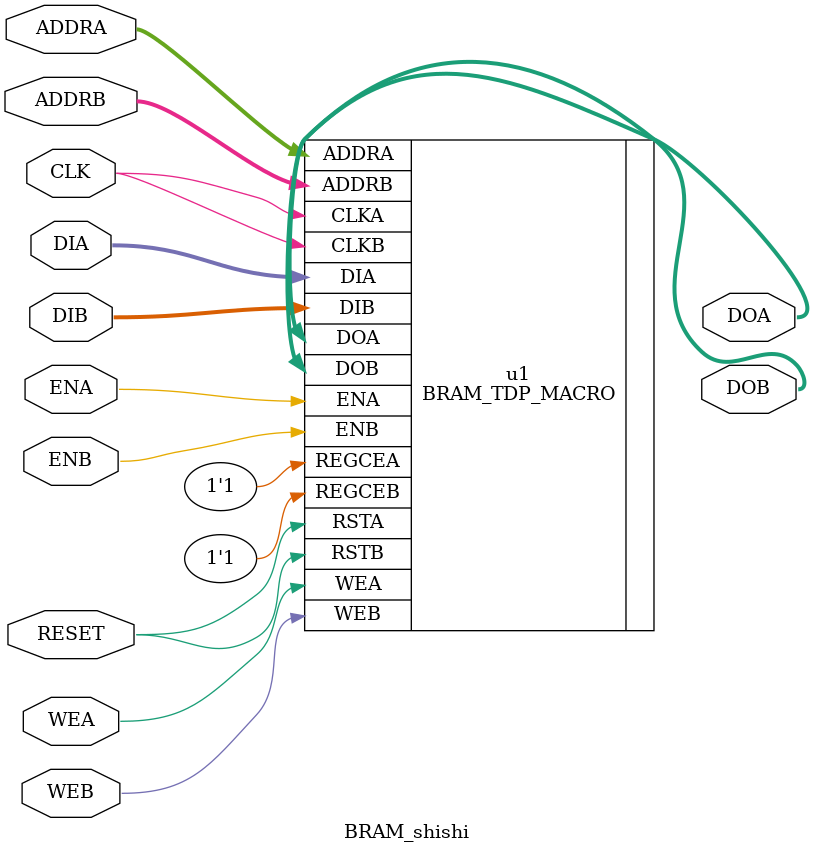
<source format=v>
`timescale 1ns / 1ps


module BIG_FIFO(
	clk,
	rst_n,
	rdata, 
	wfull, 
	rempty, 
	wdata,
	winc, 
	rinc
	);
	
parameter DSIZE = 32;
parameter ASIZE = 12;


output [DSIZE-1:0] rdata;
wire [DSIZE-1:0] rdata_0;
wire [DSIZE-1:0] rdata_1;
wire [DSIZE-1:0] rdata_2;
wire [DSIZE-1:0] rdata_3;

output wfull;
output rempty;

input [DSIZE-1:0] wdata;
input winc, rinc, clk, rst_n;

reg [ASIZE:0] wptr;
reg [ASIZE:0] rptr;

wire wfull_r;
wire [ASIZE:0] wptr_1;

always @(posedge clk or negedge rst_n)
	if (!rst_n) wptr <= 0;
	else if (winc && !wfull_r) begin
		wptr <= wptr+1;
	end


always @(posedge clk or negedge rst_n)
	if (!rst_n) rptr <= 0;
	else if (rinc && !rempty) rptr <= rptr+1;

assign wptr_1 = wptr + 1;	
assign rempty = (rptr == wptr);
assign wfull = ((wptr_1[ASIZE-1:0] == rptr[ASIZE-1:0]) && (wptr_1[ASIZE] != rptr[ASIZE]) && winc) || wfull_r;
assign wfull_r = (wptr[ASIZE-1:0] == rptr[ASIZE-1:0]) && (wptr[ASIZE] != rptr[ASIZE]);

wire WR_CHIP_0;
assign WR_CHIP_0 = (~wptr[ASIZE-1]) && (~wptr[ASIZE-2]);
wire RE_CHIP_0;
assign RE_CHIP_0 = (~rptr[ASIZE-1]) && (~rptr[ASIZE-2]);

wire WR_CHIP_1;
assign WR_CHIP_1 = (~wptr[ASIZE-1]) && (wptr[ASIZE-2]);
wire RE_CHIP_1;
assign RE_CHIP_1 = (~rptr[ASIZE-1]) && (rptr[ASIZE-2]);

wire WR_CHIP_2;
assign WR_CHIP_2 = (wptr[ASIZE-1]) && (~wptr[ASIZE-2]);
wire RE_CHIP_2;
assign RE_CHIP_2 = (rptr[ASIZE-1]) && (~rptr[ASIZE-2]);

wire WR_CHIP_3;
assign WR_CHIP_3 = (wptr[ASIZE-1]) && (wptr[ASIZE-2]);
wire RE_CHIP_3;
assign RE_CHIP_3 = (rptr[ASIZE-1]) && (rptr[ASIZE-2]);



assign rdata = rptr[ASIZE-1] ? (rptr[ASIZE-2] ? rdata_3 : rdata_2) : (rptr[ASIZE-2] ? rdata_1 : rdata_0);


BRAM_shishi i0(
    .CLK(clk),
    .RESET(!rst_n),

    .DOB(rdata_0),

    .ADDRA(wptr[ASIZE-3:0]),
    .ENA(winc && !wfull_r && WR_CHIP_0),
    .WEA(winc && !wfull_r && WR_CHIP_0),
    .DIA(wdata),
    .ADDRB(rptr[ASIZE-3:0]),
    .ENB(rinc && !rempty && RE_CHIP_0),
    .WEB(1'b0)
    );

BRAM_shishi i1(
    .CLK(clk),
    .RESET(!rst_n),

    .DOB(rdata_1),

    .ADDRA(wptr[ASIZE-3:0]),
    .ENA(winc && !wfull_r && WR_CHIP_1),
    .WEA(winc && !wfull_r && WR_CHIP_1),
    .DIA(wdata),
    .ADDRB(rptr[ASIZE-3:0]),
    .ENB(rinc && !rempty && RE_CHIP_1),
    .WEB(1'b0)
    );

BRAM_shishi i2(
    .CLK(clk),
    .RESET(!rst_n),

    .DOB(rdata_2),

    .ADDRA(wptr[ASIZE-3:0]),
    .ENA(winc && !wfull_r && WR_CHIP_2),
    .WEA(winc && !wfull_r && WR_CHIP_2),
    .DIA(wdata),
    .ADDRB(rptr[ASIZE-3:0]),
    .ENB(rinc && !rempty && RE_CHIP_2),
    .WEB(1'b0)
    );

BRAM_shishi i3(
    .CLK(clk),
    .RESET(!rst_n),

    .DOB(rdata_3),

    .ADDRA(wptr[ASIZE-3:0]),
    .ENA(winc && !wfull_r && WR_CHIP_3),
    .WEA(winc && !wfull_r && WR_CHIP_3),
    .DIA(wdata),
    .ADDRB(rptr[ASIZE-3:0]),
    .ENB(rinc && !rempty && RE_CHIP_3),
    .WEB(1'b0)
    );



endmodule


module BRAM_shishi(
		input CLK,
		input RESET,
        
		output [31:0] DOA,
		output [31:0] DOB,
		
		input [9:0] ADDRA,
		input ENA,
		input WEA,
		input [31:0] DIA,
		
		input [9:0] ADDRB,
		input ENB,
		input WEB,
		input [31:0] DIB
		
    );


BRAM_TDP_MACRO #(
.BRAM_SIZE("36Kb"), // Target BRAM: "18Kb" or "36Kb"
.DEVICE("7SERIES"), // Target device: "VIRTEX5", "VIRTEX6", "SPARTAN6", "7SERIES"
.DOA_REG(0), // Optional port A output register (0 or 1)
.DOB_REG(0), // Optional port B output register (0 or 1)
.INIT_A(36'h0000000), // Initial values on port A output port
.INIT_B(36'h00000000), // Initial values on port B output port
.INIT_FILE ("NONE"),
.READ_WIDTH_A (36), // Valid values are 1-36 (19-36 only valid when BRAM_SIZE="36Kb")
.READ_WIDTH_B (36), // Valid values are 1-36 (19-36 only valid when BRAM_SIZE="36Kb")
.SIM_COLLISION_CHECK ("ALL"), // Collision check enable "ALL", "WARNING_ONLY",
// "GENERATE_X_ONLY" or "NONE"
.SRVAL_A(36'h00000000), // Set/Reset value for port A output
.SRVAL_B(36'h00000000), // Set/Reset value for port B output
.WRITE_MODE_A("WRITE_FIRST"), // "WRITE_FIRST", "READ_FIRST", or "NO_CHANGE"
.WRITE_MODE_B("WRITE_FIRST"), // "WRITE_FIRST", "READ_FIRST", or "NO_CHANGE"
.WRITE_WIDTH_A(36), // Valid values are 1-36 (19-36 only valid when BRAM_SIZE="36Kb")
.WRITE_WIDTH_B(36), // Valid values are 1-36 (19-36 only valid when BRAM_SIZE="36Kb")
.INIT_00(256'h0000000000000000000000000000000000000000000000000000000000000000),
.INIT_01(256'h0000000000000000000000000000000000000000000000000000000000000000),
.INIT_02(256'h0000000000000000000000000000000000000000000000000000000000000000),
.INIT_03(256'h0000000000000000000000000000000000000000000000000000000000000000),
.INIT_04(256'h0000000000000000000000000000000000000000000000000000000000000000),
.INIT_05(256'h0000000000000000000000000000000000000000000000000000000000000000),
.INIT_06(256'h0000000000000000000000000000000000000000000000000000000000000000),
.INIT_07(256'h0000000000000000000000000000000000000000000000000000000000000000),
.INIT_08(256'h0000000000000000000000000000000000000000000000000000000000000000),
.INIT_09(256'h0000000000000000000000000000000000000000000000000000000000000000),
.INIT_0A(256'h0000000000000000000000000000000000000000000000000000000000000000),
.INIT_0B(256'h0000000000000000000000000000000000000000000000000000000000000000),
.INIT_0C(256'h0000000000000000000000000000000000000000000000000000000000000000),
.INIT_0D(256'h0000000000000000000000000000000000000000000000000000000000000000),
.INIT_0E(256'h0000000000000000000000000000000000000000000000000000000000000000),
.INIT_0F(256'h0000000000000000000000000000000000000000000000000000000000000000),
.INIT_10(256'h0000000000000000000000000000000000000000000000000000000000000000),
.INIT_11(256'h0000000000000000000000000000000000000000000000000000000000000000),
.INIT_12(256'h0000000000000000000000000000000000000000000000000000000000000000),
.INIT_13(256'h0000000000000000000000000000000000000000000000000000000000000000),
.INIT_14(256'h0000000000000000000000000000000000000000000000000000000000000000),
.INIT_15(256'h0000000000000000000000000000000000000000000000000000000000000000),
.INIT_16(256'h0000000000000000000000000000000000000000000000000000000000000000),
.INIT_17(256'h0000000000000000000000000000000000000000000000000000000000000000),
.INIT_18(256'h0000000000000000000000000000000000000000000000000000000000000000),
.INIT_19(256'h0000000000000000000000000000000000000000000000000000000000000000),
.INIT_1A(256'h0000000000000000000000000000000000000000000000000000000000000000),
.INIT_1B(256'h0000000000000000000000000000000000000000000000000000000000000000),
.INIT_1C(256'h0000000000000000000000000000000000000000000000000000000000000000),
.INIT_1D(256'h0000000000000000000000000000000000000000000000000000000000000000),
.INIT_1E(256'h0000000000000000000000000000000000000000000000000000000000000000),
.INIT_1F(256'h0000000000000000000000000000000000000000000000000000000000000000),
.INIT_20(256'h0000000000000000000000000000000000000000000000000000000000000000),
.INIT_21(256'h0000000000000000000000000000000000000000000000000000000000000000),
.INIT_22(256'h0000000000000000000000000000000000000000000000000000000000000000),
.INIT_23(256'h0000000000000000000000000000000000000000000000000000000000000000),
.INIT_24(256'h0000000000000000000000000000000000000000000000000000000000000000),
.INIT_25(256'h0000000000000000000000000000000000000000000000000000000000000000),
.INIT_26(256'h0000000000000000000000000000000000000000000000000000000000000000),
.INIT_27(256'h0000000000000000000000000000000000000000000000000000000000000000),
.INIT_28(256'h0000000000000000000000000000000000000000000000000000000000000000),
.INIT_29(256'h0000000000000000000000000000000000000000000000000000000000000000),
.INIT_2A(256'h0000000000000000000000000000000000000000000000000000000000000000),
.INIT_2B(256'h0000000000000000000000000000000000000000000000000000000000000000),
.INIT_2C(256'h0000000000000000000000000000000000000000000000000000000000000000),
.INIT_2D(256'h0000000000000000000000000000000000000000000000000000000000000000),
.INIT_2E(256'h0000000000000000000000000000000000000000000000000000000000000000),
.INIT_2F(256'h0000000000000000000000000000000000000000000000000000000000000000),
.INIT_30(256'h0000000000000000000000000000000000000000000000000000000000000000),
.INIT_31(256'h0000000000000000000000000000000000000000000000000000000000000000),
.INIT_32(256'h0000000000000000000000000000000000000000000000000000000000000000),
.INIT_33(256'h0000000000000000000000000000000000000000000000000000000000000000),
.INIT_34(256'h0000000000000000000000000000000000000000000000000000000000000000),
.INIT_35(256'h0000000000000000000000000000000000000000000000000000000000000000),
.INIT_36(256'h0000000000000000000000000000000000000000000000000000000000000000),
.INIT_37(256'h0000000000000000000000000000000000000000000000000000000000000000),
.INIT_38(256'h0000000000000000000000000000000000000000000000000000000000000000),
.INIT_39(256'h0000000000000000000000000000000000000000000000000000000000000000),
.INIT_3A(256'h0000000000000000000000000000000000000000000000000000000000000000),
.INIT_3B(256'h0000000000000000000000000000000000000000000000000000000000000000),
.INIT_3C(256'h0000000000000000000000000000000000000000000000000000000000000000),
.INIT_3D(256'h0000000000000000000000000000000000000000000000000000000000000000),
.INIT_3E(256'h0000000000000000000000000000000000000000000000000000000000000000),
.INIT_3F(256'h0000000000000000000000000000000000000000000000000000000000000000),
// The next set of INIT_xx are valid when configured as 36Kb
.INIT_40(256'h0000000000000000000000000000000000000000000000000000000000000000),
.INIT_41(256'h0000000000000000000000000000000000000000000000000000000000000000),
.INIT_42(256'h0000000000000000000000000000000000000000000000000000000000000000),
.INIT_43(256'h0000000000000000000000000000000000000000000000000000000000000000),
.INIT_44(256'h0000000000000000000000000000000000000000000000000000000000000000),
.INIT_45(256'h0000000000000000000000000000000000000000000000000000000000000000),
.INIT_46(256'h0000000000000000000000000000000000000000000000000000000000000000),
.INIT_47(256'h0000000000000000000000000000000000000000000000000000000000000000),
.INIT_48(256'h0000000000000000000000000000000000000000000000000000000000000000),
.INIT_49(256'h0000000000000000000000000000000000000000000000000000000000000000),
.INIT_4A(256'h0000000000000000000000000000000000000000000000000000000000000000),
.INIT_4B(256'h0000000000000000000000000000000000000000000000000000000000000000),
.INIT_4C(256'h0000000000000000000000000000000000000000000000000000000000000000),
.INIT_4D(256'h0000000000000000000000000000000000000000000000000000000000000000),
.INIT_4E(256'h0000000000000000000000000000000000000000000000000000000000000000),
.INIT_4F(256'h0000000000000000000000000000000000000000000000000000000000000000),
.INIT_50(256'h0000000000000000000000000000000000000000000000000000000000000000),
.INIT_51(256'h0000000000000000000000000000000000000000000000000000000000000000),
.INIT_52(256'h0000000000000000000000000000000000000000000000000000000000000000),
.INIT_53(256'h0000000000000000000000000000000000000000000000000000000000000000),
.INIT_54(256'h0000000000000000000000000000000000000000000000000000000000000000),
.INIT_55(256'h0000000000000000000000000000000000000000000000000000000000000000),
.INIT_56(256'h0000000000000000000000000000000000000000000000000000000000000000),
.INIT_57(256'h0000000000000000000000000000000000000000000000000000000000000000),
.INIT_58(256'h0000000000000000000000000000000000000000000000000000000000000000),
.INIT_59(256'h0000000000000000000000000000000000000000000000000000000000000000),
.INIT_5A(256'h0000000000000000000000000000000000000000000000000000000000000000),
.INIT_5B(256'h0000000000000000000000000000000000000000000000000000000000000000),
.INIT_5C(256'h0000000000000000000000000000000000000000000000000000000000000000),
.INIT_5D(256'h0000000000000000000000000000000000000000000000000000000000000000),
.INIT_5E(256'h0000000000000000000000000000000000000000000000000000000000000000),
.INIT_5F(256'h0000000000000000000000000000000000000000000000000000000000000000),
.INIT_60(256'h0000000000000000000000000000000000000000000000000000000000000000),
.INIT_61(256'h0000000000000000000000000000000000000000000000000000000000000000),
.INIT_62(256'h0000000000000000000000000000000000000000000000000000000000000000),
.INIT_63(256'h0000000000000000000000000000000000000000000000000000000000000000),
.INIT_64(256'h0000000000000000000000000000000000000000000000000000000000000000),
.INIT_65(256'h0000000000000000000000000000000000000000000000000000000000000000),
.INIT_66(256'h0000000000000000000000000000000000000000000000000000000000000000),
.INIT_67(256'h0000000000000000000000000000000000000000000000000000000000000000),
.INIT_68(256'h0000000000000000000000000000000000000000000000000000000000000000),
.INIT_69(256'h0000000000000000000000000000000000000000000000000000000000000000),
.INIT_6A(256'h0000000000000000000000000000000000000000000000000000000000000000),
.INIT_6B(256'h0000000000000000000000000000000000000000000000000000000000000000),
.INIT_6C(256'h0000000000000000000000000000000000000000000000000000000000000000),
.INIT_6D(256'h0000000000000000000000000000000000000000000000000000000000000000),
.INIT_6E(256'h0000000000000000000000000000000000000000000000000000000000000000),
.INIT_6F(256'h0000000000000000000000000000000000000000000000000000000000000000),
.INIT_70(256'h0000000000000000000000000000000000000000000000000000000000000000),
.INIT_71(256'h0000000000000000000000000000000000000000000000000000000000000000),
.INIT_72(256'h0000000000000000000000000000000000000000000000000000000000000000),
.INIT_73(256'h0000000000000000000000000000000000000000000000000000000000000000),
.INIT_74(256'h0000000000000000000000000000000000000000000000000000000000000000),
.INIT_75(256'h0000000000000000000000000000000000000000000000000000000000000000),
.INIT_76(256'h0000000000000000000000000000000000000000000000000000000000000000),
.INIT_77(256'h0000000000000000000000000000000000000000000000000000000000000000),
.INIT_78(256'h0000000000000000000000000000000000000000000000000000000000000000),
.INIT_79(256'h0000000000000000000000000000000000000000000000000000000000000000),
.INIT_7A(256'h0000000000000000000000000000000000000000000000000000000000000000),
.INIT_7B(256'h0000000000000000000000000000000000000000000000000000000000000000),
.INIT_7C(256'h0000000000000000000000000000000000000000000000000000000000000000),
.INIT_7D(256'h0000000000000000000000000000000000000000000000000000000000000000),
.INIT_7E(256'h0000000000000000000000000000000000000000000000000000000000000000),
.INIT_7F(256'h0000000000000000000000000000000000000000000000000000000000000000),
// The next set of INITP_xx are for the parity bits
.INITP_00(256'h0000000000000000000000000000000000000000000000000000000000000000),
.INITP_01(256'h0000000000000000000000000000000000000000000000000000000000000000),
.INITP_02(256'h0000000000000000000000000000000000000000000000000000000000000000),
.INITP_03(256'h0000000000000000000000000000000000000000000000000000000000000000),
.INITP_04(256'h0000000000000000000000000000000000000000000000000000000000000000),
.INITP_05(256'h0000000000000000000000000000000000000000000000000000000000000000),
.INITP_06(256'h0000000000000000000000000000000000000000000000000000000000000000),
.INITP_07(256'h0000000000000000000000000000000000000000000000000000000000000000),
// The next set of INITP_xx are valid when configured as 36Kb
.INITP_08(256'h0000000000000000000000000000000000000000000000000000000000000000),
.INITP_09(256'h0000000000000000000000000000000000000000000000000000000000000000),
.INITP_0A(256'h0000000000000000000000000000000000000000000000000000000000000000),
.INITP_0B(256'h0000000000000000000000000000000000000000000000000000000000000000),
.INITP_0C(256'h0000000000000000000000000000000000000000000000000000000000000000),
.INITP_0D(256'h0000000000000000000000000000000000000000000000000000000000000000),
.INITP_0E(256'h0000000000000000000000000000000000000000000000000000000000000000),
.INITP_0F(256'h0000000000000000000000000000000000000000000000000000000000000000)
) u1 (
.DOA(DOA), // Output port-A data, width defined by READ_WIDTH_A parameter
.DOB(DOB), // Output port-B data, width defined by READ_WIDTH_B parameter
.ADDRA(ADDRA), // Input port-A address, width defined by Port A depth
.ADDRB(ADDRB), // Input port-B address, width defined by Port B depth
.CLKA(CLK), // 1-bit input port-A clock
.CLKB(CLK), // 1-bit input port-B clock
.DIA(DIA), // Input port-A data, width defined by WRITE_WIDTH_A parameter
.DIB(DIB), // Input port-B data, width defined by WRITE_WIDTH_B parameter
.ENA(ENA), // 1-bit input port-A enable
.ENB(ENB), // 1-bit input port-B enable
.REGCEA(1'b1), // 1-bit input port-A output register enable
.REGCEB(1'b1), // 1-bit input port-B output register enable
.RSTA(RESET), // 1-bit input port-A reset
.RSTB(RESET), // 1-bit input port-B reset
.WEA(WEA), // Input port-A write enable, width defined by Port A depth
.WEB(WEB) // Input port-B write enable, width defined by Port B depth
);

// End of BRAM_TDP_MACRO_inst instantiation
endmodule

</source>
